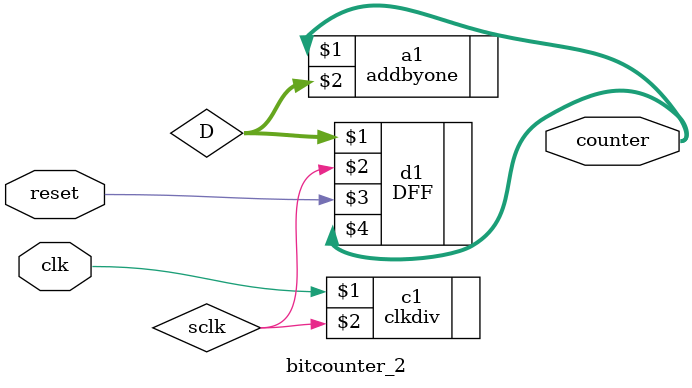
<source format=v>
`timescale 1ns / 1ps
module bitcounter_2(input clk, input reset, output[3:0] counter);

	wire sclk;
	wire [3:0] D;
	
	clkdiv c1(clk, sclk);
	addbyone a1(counter[3:0], D[3:0]);
	DFF d1(D[3:0], sclk, reset, counter[3:0]);

endmodule


</source>
